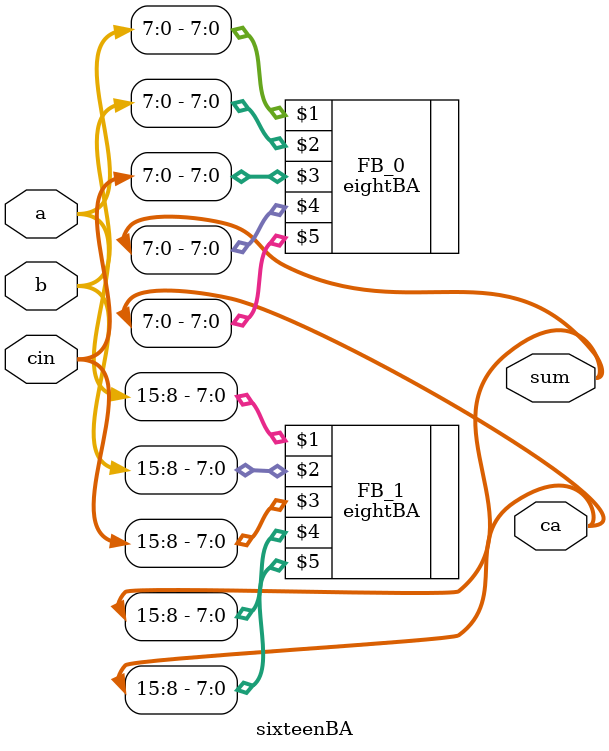
<source format=v>
`include "FullAdder/8_RCA.v"

module sixteenBA (a, b, cin, sum, ca);

input[15:0] a,b;
input [15:0]cin;

output[15:0] sum;
output [15:0]ca;

eightBA FB_0 (a[7:0], b[7:0], cin[7:0], sum[7:0], ca[7:0]);
eightBA FB_1 (a[15:8], b[15:8], cin[15:8], sum[15:8], ca[15:8]);

endmodule


</source>
